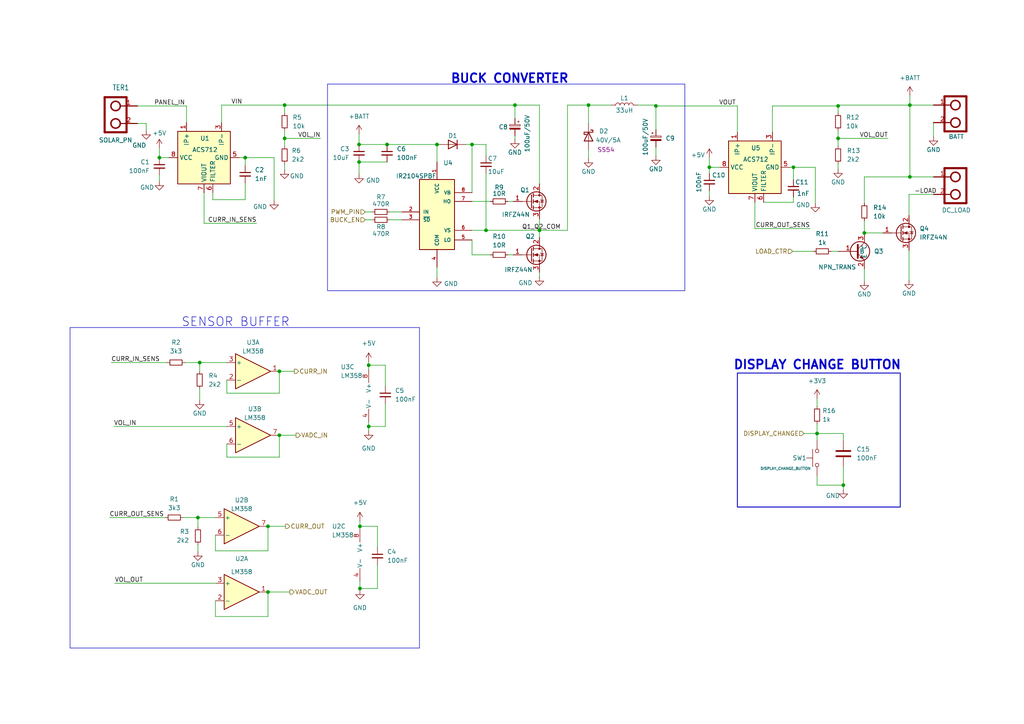
<source format=kicad_sch>
(kicad_sch (version 20230121) (generator eeschema)
  (paper "A4")
  (lib_symbols
    (symbol "Amplifier_Operational:LM358" (pin_names (offset 0.127))
      (property "Reference" "U" (at 0 5.08 0))
      (property "Value" "LM358" (at 0 -5.08 0))
      (symbol "LM358_1_1"
        (polyline (pts (xy -5.08 5.08) (xy 5.08 0) (xy -5.08 -5.08) (xy -5.08 5.08)) (stroke (width 0.254)) (fill (type background)))
        (pin output line (at 7.62 0 180) (length 2.54) (name "~") (number "1"))
        (pin input line (at -7.62 -2.54 0) (length 2.54) (name "-") (number "2"))
        (pin input line (at -7.62 2.54 0) (length 2.54) (name "+") (number "3"))
      )
      (symbol "LM358_2_1"
        (polyline (pts (xy -5.08 5.08) (xy 5.08 0) (xy -5.08 -5.08) (xy -5.08 5.08)) (stroke (width 0.254)) (fill (type background)))
        (pin input line (at -7.62 2.54 0) (length 2.54) (name "+") (number "5"))
        (pin input line (at -7.62 -2.54 0) (length 2.54) (name "-") (number "6"))
        (pin output line (at 7.62 0 180) (length 2.54) (name "~") (number "7"))
      )
      (symbol "LM358_3_1"
        (pin power_in line (at -2.54 -7.62 90) (length 3.81) (name "V-") (number "4"))
        (pin power_in line (at -2.54 7.62 270) (length 3.81) (name "V+") (number "8"))
      )
    )
    (symbol "Device:C" (pin_numbers hide) (pin_names (offset 0.254))
      (property "Reference" "C" (at 0.635 2.54 0))
      (property "Value" "C" (at 0.635 -2.54 0))
      (symbol "C_0_1"
        (polyline (pts (xy -2.032 -0.762) (xy 2.032 -0.762)) (stroke (width 0.508)))
        (polyline (pts (xy -2.032 0.762) (xy 2.032 0.762)) (stroke (width 0.508)))
      )
      (symbol "C_1_1"
        (pin passive line (at 0 3.81 270) (length 2.794) (name "~") (number "1"))
        (pin passive line (at 0 -3.81 90) (length 2.794) (name "~") (number "2"))
      )
    )
    (symbol "Device:C_Polarized_Small" (pin_numbers hide) (pin_names (offset 0.254) hide)
      (property "Reference" "C" (at 0.254 1.778 0))
      (property "Value" "C_Polarized_Small" (at 0.254 -2.032 0))
      (symbol "C_Polarized_Small_0_1"
        (rectangle (start -1.524 -0.3048) (end 1.524 -0.6858) (fill (type outline)))
        (rectangle (start -1.524 0.6858) (end 1.524 0.3048))
        (polyline (pts (xy -1.27 1.524) (xy -0.762 1.524)))
        (polyline (pts (xy -1.016 1.27) (xy -1.016 1.778)))
      )
      (symbol "C_Polarized_Small_1_1"
        (pin passive line (at 0 2.54 270) (length 1.8542) (name "~") (number "1"))
        (pin passive line (at 0 -2.54 90) (length 1.8542) (name "~") (number "2"))
      )
    )
    (symbol "Device:C_Small" (pin_numbers hide) (pin_names (offset 0.254) hide)
      (property "Reference" "C" (at 0.254 1.778 0))
      (property "Value" "C_Small" (at 0.254 -2.032 0))
      (symbol "C_Small_0_1"
        (polyline (pts (xy -1.524 -0.508) (xy 1.524 -0.508)) (stroke (width 0.3302)))
        (polyline (pts (xy -1.524 0.508) (xy 1.524 0.508)) (stroke (width 0.3048)))
      )
      (symbol "C_Small_1_1"
        (pin passive line (at 0 2.54 270) (length 2.032) (name "~") (number "1"))
        (pin passive line (at 0 -2.54 90) (length 2.032) (name "~") (number "2"))
      )
    )
    (symbol "Device:D" (pin_numbers hide) (pin_names (offset 1.016) hide)
      (property "Reference" "D" (at 0 2.54 0))
      (property "Value" "D" (at 0 -2.54 0))
      (symbol "D_0_1"
        (polyline (pts (xy -1.27 1.27) (xy -1.27 -1.27)) (stroke (width 0.254)))
        (polyline (pts (xy 1.27 0) (xy -1.27 0)))
        (polyline (pts (xy 1.27 1.27) (xy 1.27 -1.27) (xy -1.27 0) (xy 1.27 1.27)) (stroke (width 0.254)))
      )
      (symbol "D_1_1"
        (pin passive line (at -3.81 0 0) (length 2.54) (name "K") (number "1"))
        (pin passive line (at 3.81 0 180) (length 2.54) (name "A") (number "2"))
      )
    )
    (symbol "Device:L" (pin_numbers hide) (pin_names (offset 1.016) hide)
      (property "Reference" "L" (at -1.27 0 90))
      (property "Value" "L" (at 1.905 0 90))
      (symbol "L_0_1"
        (arc (start 0 -2.54) (mid 0.6323 -1.905) (end 0 -1.27))
        (arc (start 0 -1.27) (mid 0.6323 -0.635) (end 0 0))
        (arc (start 0 0) (mid 0.6323 0.635) (end 0 1.27))
        (arc (start 0 1.27) (mid 0.6323 1.905) (end 0 2.54))
      )
      (symbol "L_1_1"
        (pin passive line (at 0 3.81 270) (length 1.27) (name "1") (number "1"))
        (pin passive line (at 0 -3.81 90) (length 1.27) (name "2") (number "2"))
      )
    )
    (symbol "Device:R_Small" (pin_numbers hide) (pin_names (offset 0.254) hide)
      (property "Reference" "R" (at 0.762 0.508 0))
      (property "Value" "R_Small" (at 0.762 -1.016 0))
      (symbol "R_Small_0_1"
        (rectangle (start -0.762 1.778) (end 0.762 -1.778) (stroke (width 0.2032)))
      )
      (symbol "R_Small_1_1"
        (pin passive line (at 0 2.54 270) (length 0.762) (name "~") (number "1"))
        (pin passive line (at 0 -2.54 90) (length 0.762) (name "~") (number "2"))
      )
    )
    (symbol "Diode:B350" (pin_numbers hide) (pin_names (offset 1.016) hide)
      (property "Reference" "D" (at 0 2.54 0))
      (property "Value" "B350" (at 0 -2.54 0))
      (symbol "B350_0_1"
        (polyline (pts (xy 1.27 0) (xy -1.27 0)))
        (polyline (pts (xy 1.27 1.27) (xy 1.27 -1.27) (xy -1.27 0) (xy 1.27 1.27)) (stroke (width 0.254)))
        (polyline (pts (xy -1.905 0.635) (xy -1.905 1.27) (xy -1.27 1.27) (xy -1.27 -1.27) (xy -0.635 -1.27) (xy -0.635 -0.635)) (stroke (width 0.254)))
      )
      (symbol "B350_1_1"
        (pin passive line (at -3.81 0 0) (length 2.54) (name "K") (number "1"))
        (pin passive line (at 3.81 0 180) (length 2.54) (name "A") (number "2"))
      )
    )
    (symbol "IR2104SPBF:IR2104SPBF" (pin_names (offset 1.016))
      (property "Reference" "U" (at -5.3676 12.516 0))
      (property "Value" "IR2104SPBF" (at -5.588 -22.606 0))
      (symbol "IR2104SPBF_0_1"
        (rectangle (start -5.08 7.62) (end 5.08 -12.7) (stroke (width 0.254)) (fill (type background)))
      )
      (symbol "IR2104SPBF_1_0"
        (pin power_in line (at 0 12.7 270) (length 5.08) (name "VCC") (number "1"))
        (pin input line (at -10.16 -1.778 0) (length 5.08) (name "IN") (number "2"))
        (pin input line (at -10.16 -4.064 0) (length 5.08) (name "~{SD}") (number "3"))
        (pin power_in line (at 0 -17.78 90) (length 5.08) (name "COM") (number "4"))
        (pin output line (at 10.16 -9.906 180) (length 5.08) (name "LO") (number "5"))
        (pin passive line (at 10.16 -7.112 180) (length 5.08) (name "VS") (number "6"))
        (pin output line (at 10.16 1.27 180) (length 5.08) (name "HO") (number "7"))
        (pin passive line (at 10.16 3.81 180) (length 5.08) (name "VB") (number "8"))
      )
    )
    (symbol "NPN_Trans_2SC1815:2SC1815"
      (property "Reference" "Q" (at 0 6.604 0))
      (symbol "2SC1815_0_1"
        (polyline (pts (xy -0.635 0.635) (xy 1.27 2.54)))
        (polyline (pts (xy -0.635 -0.635) (xy 1.27 -2.54) (xy 1.27 -2.54)))
        (polyline (pts (xy -0.635 1.905) (xy -0.635 -1.905) (xy -0.635 -1.905)) (stroke (width 0.508)))
        (polyline (pts (xy 0 -1.778) (xy 0.508 -1.27) (xy 1.016 -2.286) (xy 0 -1.778) (xy 0 -1.778)) (fill (type outline)))
        (circle (center 0 0) (radius 2.8194) (stroke (width 0.254)))
      )
      (symbol "2SC1815_1_1"
        (pin passive line (at -6.35 0 0) (length 5.715) (name "B") (number "1"))
        (pin passive line (at 1.27 -5.08 90) (length 2.54) (name "E") (number "2"))
        (pin passive line (at 1.27 5.08 270) (length 2.54) (name "C") (number "3"))
      )
    )
    (symbol "Project232-eagle-import:DOMINO-2"
      (property "Reference" "TER" (at -2.54 6.985 0))
      (symbol "DOMINO-2_1_0"
        (polyline (pts (xy -1.905 -5.08) (xy -1.905 5.08)) (stroke (width 0.6096)))
        (polyline (pts (xy -1.905 5.08) (xy 4.445 5.08)) (stroke (width 0.6096)))
        (polyline (pts (xy 4.445 -5.08) (xy -1.905 -5.08)) (stroke (width 0.6096)))
        (polyline (pts (xy 4.445 5.08) (xy 4.445 -5.08)) (stroke (width 0.6096)))
        (polyline (pts (xy 7.62 -2.54) (xy 2.54 -2.54)) (stroke (width 0.3048)))
        (polyline (pts (xy 7.62 2.54) (xy 2.54 2.54)) (stroke (width 0.3048)))
        (circle (center 1.27 -2.54) (radius 1.27) (stroke (width 0.254)))
        (circle (center 1.27 -2.54) (radius 1.4199) (stroke (width 0.3048)))
        (circle (center 1.27 2.54) (radius 1.27) (stroke (width 0.254)))
        (circle (center 1.27 2.54) (radius 1.4199) (stroke (width 0.3048)))
        (pin bidirectional line (at 7.62 2.54 180) (length 5.08) (name "1") (number "1"))
        (pin bidirectional line (at 7.62 -2.54 180) (length 5.08) (name "2") (number "2"))
      )
    )
    (symbol "Sensor_Current:ACS712xLCTR-20A"
      (property "Reference" "U" (at 2.54 11.43 0))
      (property "Value" "ACS712xLCTR-20A" (at 2.54 8.89 0))
      (symbol "ACS712xLCTR-20A_0_1"
        (rectangle (start -7.62 7.62) (end 7.62 -7.62) (stroke (width 0.254)) (fill (type background)))
      )
      (symbol "ACS712xLCTR-20A_1_1"
        (pin passive line (at -10.16 5.08 0) (length 2.54) (name "IP+") (number "1"))
        (pin passive line (at -10.16 5.08 0) (length 2.54) hide (name "IP+") (number "2"))
        (pin passive line (at -10.16 -5.08 0) (length 2.54) (name "IP-") (number "3"))
        (pin passive line (at -10.16 -5.08 0) (length 2.54) hide (name "IP-") (number "4"))
        (pin power_in line (at 0 -10.16 90) (length 2.54) (name "GND") (number "5"))
        (pin passive line (at 10.16 -2.54 180) (length 2.54) (name "FILTER") (number "6"))
        (pin output line (at 10.16 0 180) (length 2.54) (name "VIOUT") (number "7"))
        (pin power_in line (at 0 10.16 270) (length 2.54) (name "VCC") (number "8"))
      )
    )
    (symbol "Switch:SW_Push" (pin_numbers hide) (pin_names (offset 1.016) hide)
      (property "Reference" "SW" (at 1.27 2.54 0))
      (property "Value" "SW_Push" (at 0 -1.524 0))
      (symbol "SW_Push_0_1"
        (circle (center -2.032 0) (radius 0.508))
        (polyline (pts (xy 0 1.27) (xy 0 3.048)))
        (polyline (pts (xy 2.54 1.27) (xy -2.54 1.27)))
        (circle (center 2.032 0) (radius 0.508))
        (pin passive line (at -5.08 0 0) (length 2.54) (name "1") (number "1"))
        (pin passive line (at 5.08 0 180) (length 2.54) (name "2") (number "2"))
      )
    )
    (symbol "Transistor_FET:IRF3205" (pin_names hide)
      (property "Reference" "Q" (at 6.35 1.905 0))
      (property "Value" "IRF3205" (at 6.35 0 0))
      (symbol "IRF3205_0_1"
        (polyline (pts (xy 0.254 0) (xy -2.54 0)))
        (polyline (pts (xy 0.254 1.905) (xy 0.254 -1.905)) (stroke (width 0.254)))
        (polyline (pts (xy 0.762 -1.27) (xy 0.762 -2.286)) (stroke (width 0.254)))
        (polyline (pts (xy 0.762 0.508) (xy 0.762 -0.508)) (stroke (width 0.254)))
        (polyline (pts (xy 0.762 2.286) (xy 0.762 1.27)) (stroke (width 0.254)))
        (polyline (pts (xy 2.54 2.54) (xy 2.54 1.778)))
        (polyline (pts (xy 2.54 -2.54) (xy 2.54 0) (xy 0.762 0)))
        (polyline (pts (xy 0.762 -1.778) (xy 3.302 -1.778) (xy 3.302 1.778) (xy 0.762 1.778)))
        (polyline (pts (xy 1.016 0) (xy 2.032 0.381) (xy 2.032 -0.381) (xy 1.016 0)) (fill (type outline)))
        (polyline (pts (xy 2.794 0.508) (xy 2.921 0.381) (xy 3.683 0.381) (xy 3.81 0.254)))
        (polyline (pts (xy 3.302 0.381) (xy 2.921 -0.254) (xy 3.683 -0.254) (xy 3.302 0.381)))
        (circle (center 1.651 0) (radius 2.794) (stroke (width 0.254)))
        (circle (center 2.54 -1.778) (radius 0.254) (fill (type outline)))
        (circle (center 2.54 1.778) (radius 0.254) (fill (type outline)))
      )
      (symbol "IRF3205_1_1"
        (pin input line (at -5.08 0 0) (length 2.54) (name "G") (number "1"))
        (pin passive line (at 2.54 5.08 270) (length 2.54) (name "D") (number "2"))
        (pin passive line (at 2.54 -5.08 90) (length 2.54) (name "S") (number "3"))
      )
    )
    (symbol "power:+3V3" (power) (pin_names (offset 0))
      (property "Value" "+3V3" (at 0 3.556 0))
      (symbol "+3V3_0_1"
        (polyline (pts (xy -0.762 1.27) (xy 0 2.54)))
        (polyline (pts (xy 0 0) (xy 0 2.54)))
        (polyline (pts (xy 0 2.54) (xy 0.762 1.27)))
      )
      (symbol "+3V3_1_1"
        (pin power_in line (at 0 0 90) (length 0) hide (name "+3V3") (number "1"))
      )
    )
    (symbol "power:+5V" (power) (pin_names (offset 0))
      (property "Value" "+5V" (at 0 3.556 0))
      (symbol "+5V_0_1"
        (polyline (pts (xy -0.762 1.27) (xy 0 2.54)))
        (polyline (pts (xy 0 0) (xy 0 2.54)))
        (polyline (pts (xy 0 2.54) (xy 0.762 1.27)))
      )
      (symbol "+5V_1_1"
        (pin power_in line (at 0 0 90) (length 0) hide (name "+5V") (number "1"))
      )
    )
    (symbol "power:+BATT" (power) (pin_names (offset 0))
      (property "Value" "+BATT" (at 0 3.556 0))
      (symbol "+BATT_0_1"
        (polyline (pts (xy -0.762 1.27) (xy 0 2.54)))
        (polyline (pts (xy 0 0) (xy 0 2.54)))
        (polyline (pts (xy 0 2.54) (xy 0.762 1.27)))
      )
      (symbol "+BATT_1_1"
        (pin power_in line (at 0 0 90) (length 0) hide (name "+BATT") (number "1"))
      )
    )
    (symbol "power:GND" (power) (pin_names (offset 0))
      (property "Value" "GND" (at 0 -3.81 0))
      (symbol "GND_0_1"
        (polyline (pts (xy 0 0) (xy 0 -1.27) (xy 1.27 -1.27) (xy 0 -2.54) (xy -1.27 -1.27) (xy 0 -1.27)))
      )
      (symbol "GND_1_1"
        (pin power_in line (at 0 0 270) (length 0) hide (name "GND") (number "1"))
      )
    )
  )
  (junction (at 82.55 30.48))
  (junction (at 140.97 66.802))
  (junction (at 71.12 45.72))
  (junction (at 263.906 51.308))
  (junction (at 170.688 30.48))
  (junction (at 112.268 41.91))
  (junction (at 81.026 126.238))
  (junction (at 82.55 40.132))
  (junction (at 57.404 150.114))
  (junction (at 104.394 170.688))
  (junction (at 126.746 41.91))
  (junction (at 106.934 123.698))
  (junction (at 156.464 66.802))
  (junction (at 190.246 30.734))
  (junction (at 104.394 152.654))
  (junction (at 104.14 46.99))
  (junction (at 104.14 41.91))
  (junction (at 136.906 41.91))
  (junction (at 77.724 171.704))
  (junction (at 230.124 48.514))
  (junction (at 149.352 30.48))
  (junction (at 236.982 125.73))
  (junction (at 46.228 45.72))
  (junction (at 205.74 48.514))
  (junction (at 243.078 40.132))
  (junction (at 77.724 152.654))
  (junction (at 244.602 140.716))
  (junction (at 243.078 30.734))
  (junction (at 263.906 30.48))
  (junction (at 57.912 105.156))
  (junction (at 250.698 67.564))
  (junction (at 106.934 105.918))
  (junction (at 81.026 107.696))
  (wire (pts (xy 224.028 30.734) (xy 243.078 30.734)))
  (wire (pts (xy 230.124 57.15) (xy 230.124 58.674)))
  (wire (pts (xy 106.934 104.902) (xy 106.934 105.918)))
  (wire (pts (xy 263.652 72.644) (xy 263.652 81.28)))
  (wire (pts (xy 250.698 67.564) (xy 256.032 67.564)))
  (wire (pts (xy 250.698 64.008) (xy 250.698 67.564)))
  (wire (pts (xy 263.652 56.388) (xy 270.764 56.388)))
  (wire (pts (xy 135.128 41.91) (xy 136.906 41.91)))
  (wire (pts (xy 236.982 122.936) (xy 236.982 125.73)))
  (wire (pts (xy 57.404 157.988) (xy 57.404 160.02)))
  (wire (pts (xy 42.418 35.814) (xy 42.418 37.846)))
  (wire (pts (xy 57.912 112.776) (xy 57.912 116.078)))
  (wire (pts (xy 33.274 169.164) (xy 62.484 169.164)))
  (wire (pts (xy 111.76 112.014) (xy 111.76 105.918)))
  (wire (pts (xy 77.724 152.654) (xy 82.804 152.654)))
  (wire (pts (xy 46.228 50.8) (xy 46.228 52.578)))
  (wire (pts (xy 243.078 40.132) (xy 257.556 40.132)))
  (wire (pts (xy 77.724 159.766) (xy 77.724 152.654)))
  (wire (pts (xy 241.046 72.898) (xy 243.078 72.898)))
  (wire (pts (xy 104.14 46.99) (xy 104.14 50.546)))
  (wire (pts (xy 109.474 163.83) (xy 109.474 170.688)))
  (wire (pts (xy 79.502 45.72) (xy 71.12 45.72)))
  (wire (pts (xy 208.788 48.514) (xy 205.74 48.514)))
  (wire (pts (xy 236.982 125.73) (xy 244.602 125.73)))
  (wire (pts (xy 126.746 41.91) (xy 126.746 46.99)))
  (wire (pts (xy 136.906 58.42) (xy 142.24 58.42)))
  (wire (pts (xy 82.55 37.846) (xy 82.55 40.132)))
  (wire (pts (xy 64.262 30.48) (xy 64.262 35.56)))
  (wire (pts (xy 49.022 45.72) (xy 46.228 45.72)))
  (wire (pts (xy 170.688 30.48) (xy 177.292 30.48)))
  (wire (pts (xy 244.602 135.382) (xy 244.602 140.716)))
  (wire (pts (xy 149.352 30.48) (xy 156.464 30.48)))
  (wire (pts (xy 184.912 30.48) (xy 190.246 30.48)))
  (wire (pts (xy 64.262 30.48) (xy 82.55 30.48)))
  (wire (pts (xy 190.246 30.734) (xy 190.246 37.592)))
  (wire (pts (xy 65.786 114.046) (xy 81.026 114.046)))
  (wire (pts (xy 190.246 42.672) (xy 190.246 45.212)))
  (wire (pts (xy 136.906 73.914) (xy 136.906 69.596)))
  (wire (pts (xy 250.698 67.564) (xy 250.698 67.818)))
  (wire (pts (xy 62.484 174.244) (xy 62.484 178.816)))
  (wire (pts (xy 218.948 58.674) (xy 218.948 66.294)))
  (wire (pts (xy 164.592 30.48) (xy 170.688 30.48)))
  (wire (pts (xy 113.03 61.468) (xy 116.586 61.468)))
  (wire (pts (xy 270.764 51.308) (xy 263.906 51.308)))
  (wire (pts (xy 263.906 30.48) (xy 270.764 30.48)))
  (wire (pts (xy 236.982 127.762) (xy 236.982 125.73)))
  (wire (pts (xy 234.95 66.294) (xy 218.948 66.294)))
  (wire (pts (xy 190.246 30.734) (xy 213.868 30.734)))
  (wire (pts (xy 156.464 63.5) (xy 156.464 66.802)))
  (wire (pts (xy 74.422 64.77) (xy 59.182 64.77)))
  (wire (pts (xy 126.746 41.91) (xy 127.508 41.91)))
  (wire (pts (xy 230.124 48.514) (xy 229.108 48.514)))
  (wire (pts (xy 71.12 53.086) (xy 71.12 57.912)))
  (wire (pts (xy 243.078 30.48) (xy 263.906 30.48)))
  (wire (pts (xy 31.75 150.114) (xy 48.006 150.114)))
  (wire (pts (xy 71.12 45.72) (xy 69.342 45.72)))
  (wire (pts (xy 250.698 77.978) (xy 250.698 81.534)))
  (wire (pts (xy 104.14 46.99) (xy 112.268 46.99)))
  (wire (pts (xy 230.124 52.07) (xy 230.124 48.514)))
  (wire (pts (xy 104.394 168.656) (xy 104.394 170.688)))
  (wire (pts (xy 213.868 38.354) (xy 213.868 30.734)))
  (wire (pts (xy 57.404 150.114) (xy 62.484 150.114)))
  (wire (pts (xy 109.474 158.75) (xy 109.474 152.654)))
  (wire (pts (xy 243.078 40.132) (xy 243.078 42.418)))
  (wire (pts (xy 65.786 128.778) (xy 65.786 132.588)))
  (wire (pts (xy 205.74 45.72) (xy 205.74 48.514)))
  (wire (pts (xy 105.918 61.468) (xy 107.95 61.468)))
  (wire (pts (xy 82.55 40.132) (xy 92.964 40.132)))
  (wire (pts (xy 236.982 137.922) (xy 236.982 140.716)))
  (wire (pts (xy 39.878 30.734) (xy 54.102 30.734)))
  (wire (pts (xy 57.404 150.114) (xy 53.086 150.114)))
  (wire (pts (xy 109.474 152.654) (xy 104.394 152.654)))
  (wire (pts (xy 263.652 62.484) (xy 263.652 56.388)))
  (wire (pts (xy 77.724 178.816) (xy 77.724 171.704)))
  (wire (pts (xy 57.404 150.114) (xy 57.404 152.908)))
  (wire (pts (xy 71.12 57.912) (xy 61.722 57.912)))
  (wire (pts (xy 111.76 123.698) (xy 106.934 123.698)))
  (wire (pts (xy 149.352 39.37) (xy 149.352 40.386)))
  (wire (pts (xy 136.906 41.91) (xy 140.97 41.91)))
  (wire (pts (xy 79.502 58.166) (xy 79.502 45.72)))
  (wire (pts (xy 263.906 30.48) (xy 263.906 51.308)))
  (wire (pts (xy 71.12 48.006) (xy 71.12 45.72)))
  (wire (pts (xy 104.394 170.688) (xy 104.394 171.196)))
  (wire (pts (xy 82.55 47.498) (xy 82.55 49.276)))
  (wire (pts (xy 233.172 125.73) (xy 236.982 125.73)))
  (wire (pts (xy 113.03 63.754) (xy 116.586 63.754)))
  (wire (pts (xy 205.74 48.514) (xy 205.74 50.292)))
  (wire (pts (xy 53.594 105.156) (xy 57.912 105.156)))
  (wire (pts (xy 236.982 140.716) (xy 244.602 140.716)))
  (wire (pts (xy 236.982 115.57) (xy 236.982 117.856)))
  (wire (pts (xy 149.352 30.48) (xy 149.352 34.29)))
  (wire (pts (xy 230.124 58.674) (xy 221.488 58.674)))
  (wire (pts (xy 81.026 126.238) (xy 85.852 126.238)))
  (wire (pts (xy 156.464 66.802) (xy 156.464 68.834)))
  (wire (pts (xy 236.474 48.514) (xy 230.124 48.514)))
  (wire (pts (xy 61.722 55.88) (xy 61.722 57.912)))
  (wire (pts (xy 170.688 30.48) (xy 170.688 35.814)))
  (wire (pts (xy 54.102 30.734) (xy 54.102 35.56)))
  (wire (pts (xy 65.786 123.698) (xy 33.02 123.698)))
  (wire (pts (xy 243.078 37.846) (xy 243.078 40.132)))
  (wire (pts (xy 136.906 41.91) (xy 136.906 55.88)))
  (wire (pts (xy 229.87 72.898) (xy 235.966 72.898)))
  (wire (pts (xy 39.878 35.814) (xy 42.418 35.814)))
  (wire (pts (xy 104.14 41.91) (xy 112.268 41.91)))
  (wire (pts (xy 243.078 47.498) (xy 243.078 49.022)))
  (wire (pts (xy 243.078 30.734) (xy 243.078 30.48)))
  (wire (pts (xy 57.912 105.156) (xy 57.912 107.696)))
  (wire (pts (xy 46.228 42.926) (xy 46.228 45.72)))
  (wire (pts (xy 112.268 41.91) (xy 126.746 41.91)))
  (wire (pts (xy 263.906 27.686) (xy 263.906 30.48)))
  (wire (pts (xy 111.76 105.918) (xy 106.934 105.918)))
  (wire (pts (xy 106.934 105.918) (xy 106.934 107.188)))
  (wire (pts (xy 77.724 171.704) (xy 84.074 171.704)))
  (wire (pts (xy 81.026 114.046) (xy 81.026 107.696)))
  (wire (pts (xy 104.394 152.654) (xy 104.394 153.416)))
  (wire (pts (xy 250.698 58.928) (xy 250.698 51.308)))
  (wire (pts (xy 62.484 155.194) (xy 62.484 159.766)))
  (wire (pts (xy 104.14 38.862) (xy 104.14 41.91)))
  (wire (pts (xy 243.078 30.734) (xy 243.078 32.766)))
  (wire (pts (xy 81.026 132.588) (xy 81.026 126.238)))
  (wire (pts (xy 244.602 125.73) (xy 244.602 127.762)))
  (wire (pts (xy 147.32 73.914) (xy 148.844 73.914)))
  (wire (pts (xy 62.484 159.766) (xy 77.724 159.766)))
  (wire (pts (xy 109.474 170.688) (xy 104.394 170.688)))
  (wire (pts (xy 147.32 58.42) (xy 148.844 58.42)))
  (wire (pts (xy 32.258 105.156) (xy 48.514 105.156)))
  (wire (pts (xy 140.97 45.212) (xy 140.97 41.91)))
  (wire (pts (xy 59.182 64.77) (xy 59.182 55.88)))
  (wire (pts (xy 106.934 122.428) (xy 106.934 123.698)))
  (wire (pts (xy 244.602 140.716) (xy 244.602 141.986)))
  (wire (pts (xy 82.55 40.132) (xy 82.55 42.418)))
  (wire (pts (xy 170.688 43.434) (xy 170.688 45.974)))
  (wire (pts (xy 190.246 30.734) (xy 190.246 30.48)))
  (wire (pts (xy 156.464 53.34) (xy 156.464 30.48)))
  (wire (pts (xy 62.484 178.816) (xy 77.724 178.816)))
  (wire (pts (xy 236.474 48.514) (xy 236.474 58.928)))
  (wire (pts (xy 140.97 50.292) (xy 140.97 66.802)))
  (wire (pts (xy 65.786 132.588) (xy 81.026 132.588)))
  (wire (pts (xy 105.918 63.754) (xy 107.95 63.754)))
  (wire (pts (xy 111.76 117.094) (xy 111.76 123.698)))
  (wire (pts (xy 81.026 107.696) (xy 85.344 107.696)))
  (wire (pts (xy 164.592 66.802) (xy 164.592 30.48)))
  (wire (pts (xy 142.24 73.914) (xy 136.906 73.914)))
  (wire (pts (xy 65.786 110.236) (xy 65.786 114.046)))
  (wire (pts (xy 205.74 55.372) (xy 205.74 56.896)))
  (wire (pts (xy 104.394 151.13) (xy 104.394 152.654)))
  (wire (pts (xy 270.764 35.56) (xy 270.764 39.624)))
  (wire (pts (xy 156.464 66.802) (xy 164.592 66.802)))
  (wire (pts (xy 140.97 66.802) (xy 136.906 66.802)))
  (wire (pts (xy 82.55 30.48) (xy 82.55 32.766)))
  (wire (pts (xy 250.698 51.308) (xy 263.906 51.308)))
  (wire (pts (xy 224.028 38.354) (xy 224.028 30.734)))
  (wire (pts (xy 126.746 77.47) (xy 126.746 80.518)))
  (wire (pts (xy 57.912 105.156) (xy 65.786 105.156)))
  (wire (pts (xy 140.97 66.802) (xy 156.464 66.802)))
  (wire (pts (xy 82.55 30.48) (xy 149.352 30.48)))
  (wire (pts (xy 156.464 78.994) (xy 156.464 80.264)))
  (wire (pts (xy 106.934 123.698) (xy 106.934 124.968)))
  (rectangle (start 94.996 24.384) (end 198.628 84.328))
  (rectangle (start 213.868 108.204) (end 261.112 147.066) (stroke (width 0.254)))
  (rectangle (start 20.32 94.996) (end 121.666 187.96))
  (text "BUCK CONVERTER" (at 130.556 24.384 0) (effects (font (size 2.54 2.54) (thickness 0.508) bold) (justify left bottom)))
  (text "SENSOR BUFFER" (at 52.578 94.996 0) (effects (font (size 2.54 2.54)) (justify left bottom)))
  (text "DISPLAY CHANGE BUTTON" (at 212.598 107.442 0) (effects (font (size 2.54 2.54) bold) (justify left bottom)))
  (label "VOUT" (at 208.534 30.734 0))
  (label "VIN" (at 67.056 30.48 0))
  (label "CURR_OUT_SENS" (at 234.95 66.294 180))
  (label "-LOAD" (at 265.176 56.388 0))
  (label "Q1_Q2_COM" (at 151.384 66.802 0))
  (label "VOL_OUT" (at 33.274 169.164 0))
  (label "CURR_IN_SENS" (at 32.258 105.156 0))
  (label "VOL_IN" (at 92.964 40.132 180))
  (label "CURR_OUT_SENS" (at 31.75 150.114 0))
  (label "PANEL_IN" (at 44.704 30.734 0))
  (label "VOL_OUT" (at 257.556 40.132 180))
  (label "CURR_IN_SENS" (at 74.422 64.77 180))
  (label "VOL_IN" (at 33.02 123.698 0))
  (hierarchical_label "PWM_PIN" (shape input) (at 105.918 61.468 180))
  (hierarchical_label "DISPLAY_CHANGE" (shape input) (at 233.172 125.73 180))
  (hierarchical_label "CURR_OUT" (shape output) (at 82.804 152.654 0))
  (hierarchical_label "VADC_OUT" (shape output) (at 84.074 171.704 0))
  (hierarchical_label "CURR_IN" (shape output) (at 85.344 107.696 0))
  (hierarchical_label "BUCK_EN" (shape input) (at 105.918 63.754 180))
  (hierarchical_label "LOAD_CTR" (shape input) (at 229.87 72.898 180))
  (hierarchical_label "VADC_IN" (shape output) (at 85.852 126.238 0))
  (symbol (lib_id "Device:C_Small") (at 109.474 161.29 0) (unit 1)
    (property "Reference" "C4" (at 112.268 160.0263 0) (effects (justify left)))
    (property "Value" "100nF" (at 112.268 162.5663 0) (effects (justify left)))
    (property "Footprint" "Capacitor_SMD:C_0805_2012Metric" (effects hide))
    (instances (project "Project232_V2" (path "" (reference "C4") (unit 1))) (project "Project232" (path "" (reference "C25") (unit 1))) (project "Sens" (path "" (reference "C25") (unit 1))))
  )
  (symbol (lib_id "Device:C_Small") (at 46.228 48.26 0) (mirror y) (unit 1)
    (property "Reference" "C1" (at 43.434 46.9963 0) (effects (justify left)))
    (property "Value" "100nF" (at 43.434 49.5363 0) (effects (justify left)))
    (property "Footprint" "Capacitor_SMD:C_0805_2012Metric" (effects hide))
    (instances (project "Project232_V2" (path "" (reference "C1") (unit 1))) (project "Project232" (path "" (reference "C22") (unit 1))) (project "Sens" (path "" (reference "C22") (unit 1))))
  )
  (symbol (lib_id "Device:C_Small") (at 112.268 44.45 0) (unit 1)
    (property "Reference" "C6" (at 115.062 43.1863 0) (effects (justify left)))
    (property "Value" "100nF" (at 115.062 45.7263 0) (effects (justify left)))
    (property "Footprint" "Capacitor_SMD:C_0805_2012Metric" (effects hide))
    (instances (project "Project232_V2" (path "" (reference "C6") (unit 1))) (project "Project232" (path "" (reference "C18") (unit 1))) (project "Sens" (path "" (reference "C18") (unit 1))))
  )
  (symbol (lib_id "Device:C") (at 244.602 131.572 0) (unit 1)
    (property "Reference" "C15" (at 248.412 130.302 0) (effects (justify left)))
    (property "Value" "100nF" (at 248.412 132.842 0) (effects (justify left)))
    (property "Footprint" "Capacitor_SMD:C_0805_2012Metric" (effects hide))
    (instances (project "Project232_V2" (path "" (reference "C15") (unit 1))) (project "MCU" (path "" (reference "C1") (unit 1))) (project "Project232" (path "" (reference "C1") (unit 1)) (path "" (reference "C30") (unit 1))) (project "_autosave-MCU" (path "" (reference "C1") (unit 1))))
  )
  (symbol (lib_id "power:GND") (at 205.74 56.896 0) (mirror y) (unit 1)
    (property "Reference" "#PWR020" (effects hide))
    (property "Value" "GND" (at 205.74 60.706 0))
    (instances (project "Project232_V2" (path "" (reference "#PWR020") (unit 1))) (project "Project232" (path "" (reference "#PWR025") (unit 1))) (project "Sens" (path "" (reference "#PWR025") (unit 1))))
  )
  (symbol (lib_id "Device:C_Small") (at 140.97 47.752 0) (unit 1)
    (property "Reference" "C7" (at 141.478 45.974 0) (effects (justify left)))
    (property "Value" "10uF" (at 141.478 49.784 0) (effects (justify left)))
    (property "Footprint" "Capacitor_SMD:C_0805_2012Metric" (effects hide))
    (instances (project "Project232_V2" (path "" (reference "C7") (unit 1))) (project "Project232" (path "" (reference "C20") (unit 1))) (project "Sens" (path "" (reference "C20") (unit 1))))
  )
  (symbol (lib_id "power:GND") (at 42.418 37.846 0) (unit 1)
    (property "Reference" "#PWR01" (effects hide))
    (property "Value" "GND" (at 40.386 42.164 0))
    (instances (project "Project232_V2" (path "" (reference "#PWR01") (unit 1))) (project "Project232" (path "" (reference "#PWR023") (unit 1))) (project "Sens" (path "" (reference "#PWR023") (unit 1))))
  )
  (symbol (lib_id "power:GND") (at 156.464 80.264 0) (mirror y) (unit 1)
    (property "Reference" "#PWR016" (effects hide))
    (property "Value" "GND" (at 152.4 82.042 0))
    (instances (project "Project232_V2" (path "" (reference "#PWR016") (unit 1))) (project "Project232" (path "" (reference "#PWR054") (unit 1))) (project "Sens" (path "" (reference "#PWR054") (unit 1))))
  )
  (symbol (lib_id "power:GND") (at 243.078 49.022 0) (unit 1)
    (property "Reference" "#PWR022" (effects hide))
    (property "Value" "GND" (at 243.078 52.832 0))
    (instances (project "Project232_V2" (path "" (reference "#PWR022") (unit 1))) (project "Project232" (path "" (reference "#PWR026") (unit 1))) (project "Sens" (path "" (reference "#PWR026") (unit 1))))
  )
  (symbol (lib_id "Device:R_Small") (at 243.078 35.306 0) (unit 1)
    (property "Reference" "R12" (at 245.364 34.036 0) (effects (justify left)))
    (property "Value" "10k" (at 245.364 36.576 0) (effects (justify left)))
    (property "Footprint" "Resistor_SMD:R_0603_1608Metric" (effects hide))
    (instances (project "Project232_V2" (path "" (reference "R12") (unit 1))) (project "Project232" (path "" (reference "R6") (unit 1))) (project "Sens" (path "" (reference "R6") (unit 1))))
  )
  (symbol (lib_id "Device:R_Small") (at 110.49 63.754 270) (mirror x) (unit 1)
    (property "Reference" "R8" (at 110.49 65.786 90))
    (property "Value" "470R" (at 110.49 67.818 90))
    (property "Footprint" "Resistor_SMD:R_0603_1608Metric" (effects hide))
    (instances (project "Project232_V2" (path "" (reference "R8") (unit 1))) (project "Project232" (path "" (reference "R21") (unit 1))) (project "Sens" (path "" (reference "R21") (unit 1))))
  )
  (symbol (lib_id "Device:R_Small") (at 250.698 61.468 0) (unit 1)
    (property "Reference" "R14" (at 253.238 60.198 0) (effects (justify left)))
    (property "Value" "10k" (at 253.238 62.738 0) (effects (justify left)))
    (property "Footprint" "Resistor_SMD:R_0603_1608Metric" (effects hide))
    (instances (project "Project232_V2" (path "" (reference "R14") (unit 1))) (project "Project232" (path "" (reference "R10") (unit 1))) (project "Sens" (path "" (reference "R10") (unit 1))))
  )
  (symbol (lib_id "Device:R_Small") (at 110.49 61.468 270) (unit 1)
    (property "Reference" "R7" (at 110.49 57.15 90))
    (property "Value" "470R" (at 110.49 59.182 90))
    (property "Footprint" "Resistor_SMD:R_0603_1608Metric" (effects hide))
    (instances (project "Project232_V2" (path "" (reference "R7") (unit 1))) (project "Project232" (path "" (reference "R18") (unit 1))) (project "Sens" (path "" (reference "R18") (unit 1))))
  )
  (symbol (lib_id "Amplifier_Operational:LM358") (at 70.104 152.654 0) (unit 2)
    (property "Reference" "U2" (at 70.104 145.034 0))
    (property "Value" "LM358" (at 70.104 147.574 0))
    (property "Footprint" "Package_SO:SOIC-8_3.9x4.9mm_P1.27mm" (effects hide))
    (property "Datasheet" "http://www.ti.com/lit/ds/symlink/lm2904-n.pdf" (effects hide))
    (instances (project "Project232_V2" (path "" (reference "U2") (unit 2))) (project "Project232" (path "" (reference "U5") (unit 2))) (project "Sens" (path "" (reference "U5") (unit 2))))
  )
  (symbol (lib_id "power:GND") (at 270.764 39.624 0) (unit 1)
    (property "Reference" "#PWR026" (effects hide))
    (property "Value" "GND" (at 270.764 43.434 0))
    (instances (project "Project232_V2" (path "" (reference "#PWR026") (unit 1))) (project "Project232" (path "" (reference "#PWR034") (unit 1))) (project "Sens" (path "" (reference "#PWR034") (unit 1))))
  )
  (symbol (lib_id "power:GND") (at 170.688 45.974 0) (unit 1)
    (property "Reference" "#PWR017" (effects hide))
    (property "Value" "GND" (at 170.688 49.784 0))
    (instances (project "Project232_V2" (path "" (reference "#PWR017") (unit 1))) (project "Project232" (path "" (reference "#PWR056") (unit 1))) (project "Sens" (path "" (reference "#PWR056") (unit 1))))
  )
  (symbol (lib_id "Device:C_Polarized_Small") (at 190.246 40.132 0) (unit 1)
    (property "Reference" "C9" (at 193.04 40.132 0) (effects (justify left)))
    (property "Value" "100uF/50V" (at 187.198 45.212 90) (effects (justify left)))
    (property "Footprint" "Capacitor_SMD:CP_Elec_8x10.5" (effects hide))
    (instances (project "Project232_V2" (path "" (reference "C9") (unit 1))) (project "Project232" (path "" (reference "C23") (unit 1))) (project "Sens" (path "" (reference "C23") (unit 1))))
  )
  (symbol (lib_id "Device:R_Small") (at 236.982 120.396 0) (unit 1)
    (property "Reference" "R16" (at 238.506 119.126 0) (effects (justify left)))
    (property "Value" "1k" (at 238.506 121.666 0) (effects (justify left)))
    (property "Footprint" "Resistor_SMD:R_0603_1608Metric" (effects hide))
    (instances (project "Project232_V2" (path "" (reference "R16") (unit 1))) (project "_autosave-connector" (path "" (reference "R2") (unit 1))) (project "MCU" (path "" (reference "R2") (unit 1))) (project "Project232" (path "" (reference "R1") (unit 1)) (path "" (reference "R19") (unit 1))) (project "_autosave-MCU" (path "" (reference "R2") (unit 1))))
  )
  (symbol (lib_id "Device:R_Small") (at 50.546 150.114 90) (unit 1)
    (property "Reference" "R1" (at 50.546 144.78 90))
    (property "Value" "3k3" (at 50.546 147.32 90))
    (property "Footprint" "Resistor_SMD:R_0603_1608Metric" (effects hide))
    (instances (project "Project232_V2" (path "" (reference "R1") (unit 1))) (project "Project232" (path "" (reference "R14") (unit 1))) (project "Sens" (path "" (reference "R14") (unit 1))))
  )
  (symbol (lib_id "Device:C_Small") (at 111.76 114.554 0) (unit 1)
    (property "Reference" "C5" (at 114.554 113.2903 0) (effects (justify left)))
    (property "Value" "100nF" (at 114.554 115.8303 0) (effects (justify left)))
    (property "Footprint" "Capacitor_SMD:C_0805_2012Metric" (effects hide))
    (instances (project "Project232_V2" (path "" (reference "C5") (unit 1))) (project "Project232" (path "" (reference "C26") (unit 1))) (project "Sens" (path "" (reference "C26") (unit 1))))
  )
  (symbol (lib_id "power:GND") (at 190.246 45.212 0) (unit 1)
    (property "Reference" "#PWR018" (effects hide))
    (property "Value" "GND" (at 190.246 49.022 0))
    (instances (project "Project232_V2" (path "" (reference "#PWR018") (unit 1))) (project "Project232" (path "" (reference "#PWR033") (unit 1))) (project "Sens" (path "" (reference "#PWR033") (unit 1))))
  )
  (symbol (lib_id "Device:R_Small") (at 57.912 110.236 180) (unit 1)
    (property "Reference" "R4" (at 60.452 108.966 0) (effects (justify right)))
    (property "Value" "2k2" (at 60.452 111.506 0) (effects (justify right)))
    (property "Footprint" "Resistor_SMD:R_0603_1608Metric" (effects hide))
    (instances (project "Project232_V2" (path "" (reference "R4") (unit 1))) (project "Project232" (path "" (reference "R13") (unit 1))) (project "Sens" (path "" (reference "R13") (unit 1))))
  )
  (symbol (lib_id "Project232-eagle-import:DOMINO-2") (at 32.258 33.274 0) (unit 1)
    (property "Reference" "TER1" (at 35.0393 25.4 0) (effects (font (size 1.524 1.2954))))
    (property "Value" "SOLAR_PN" (at 33.528 40.64 0))
    (property "Footprint" "TerminalBlock:TerminalBlock_bornier-2_P5.08mm" (effects hide))
  )
  (symbol (lib_id "Transistor_FET:IRF3205") (at 261.112 67.564 0) (unit 1)
    (property "Reference" "Q4" (at 266.7 66.294 0) (effects (justify left)))
    (property "Value" "IRFZ44N" (at 266.7 68.834 0) (effects (justify left)))
    (property "Footprint" "Package_TO_SOT_THT:TO-220-3_Vertical" (effects hide))
    (property "Datasheet" "http://www.irf.com/product-info/datasheets/data/irf3205.pdf" (effects hide))
    (instances (project "Project232_V2" (path "" (reference "Q4") (unit 1))) (project "Project232" (path "" (reference "Q3") (unit 1))) (project "Sens" (path "" (reference "Q3") (unit 1))))
  )
  (symbol (lib_id "power:+5V") (at 106.934 104.902 0) (unit 1)
    (property "Reference" "#PWR012" (effects hide))
    (property "Value" "+5V" (at 106.934 99.568 0))
    (instances (project "Project232_V2" (path "" (reference "#PWR012") (unit 1))) (project "Project232" (path "" (reference "#PWR037") (unit 1))) (project "Sens" (path "" (reference "#PWR037") (unit 1))))
  )
  (symbol (lib_id "Device:C_Polarized_Small") (at 149.352 36.83 0) (mirror y) (unit 1)
    (property "Reference" "C8" (at 147.32 36.83 0) (effects (justify left)))
    (property "Value" "100uF/50V" (at 152.908 44.196 90) (effects (justify left)))
    (property "Footprint" "Capacitor_SMD:CP_Elec_8x10.5" (effects hide))
    (instances (project "Project232_V2" (path "" (reference "C8") (unit 1))) (project "Project232" (path "" (reference "C16") (unit 1))) (project "Sens" (path "" (reference "C16") (unit 1))))
  )
  (symbol (lib_id "power:GND") (at 263.652 81.28 0) (unit 1)
    (property "Reference" "#PWR024" (effects hide))
    (property "Value" "GND" (at 263.652 85.09 0))
    (instances (project "Project232_V2" (path "" (reference "#PWR024") (unit 1))) (project "Project232" (path "" (reference "#PWR028") (unit 1))) (project "Sens" (path "" (reference "#PWR028") (unit 1))))
  )
  (symbol (lib_id "Amplifier_Operational:LM358") (at 109.474 114.808 0) (unit 3)
    (property "Reference" "U3" (at 98.806 106.426 0) (effects (justify left)))
    (property "Value" "LM358" (at 98.806 108.966 0) (effects (justify left)))
    (property "Footprint" "Package_SO:SOIC-8_3.9x4.9mm_P1.27mm" (effects hide))
    (property "Datasheet" "http://www.ti.com/lit/ds/symlink/lm2904-n.pdf" (effects hide))
    (instances (project "Project232_V2" (path "" (reference "U3") (unit 3))) (project "Project232" (path "" (reference "U7") (unit 3))) (project "Sens" (path "" (reference "U7") (unit 3))))
  )
  (symbol (lib_id "Device:C_Small") (at 71.12 50.546 0) (unit 1)
    (property "Reference" "C2" (at 73.914 49.2823 0) (effects (justify left)))
    (property "Value" "1nF" (at 73.914 51.8223 0) (effects (justify left)))
    (property "Footprint" "Capacitor_SMD:C_0805_2012Metric" (effects hide))
    (instances (project "Project232_V2" (path "" (reference "C2") (unit 1))) (project "Project232" (path "" (reference "C19") (unit 1))) (project "Sens" (path "" (reference "C19") (unit 1))))
  )
  (symbol (lib_id "Sensor_Current:ACS712xLCTR-20A") (at 59.182 45.72 90) (mirror x) (unit 1)
    (property "Reference" "U1" (at 59.436 40.132 90))
    (property "Value" "ACS712" (at 59.436 43.434 90))
    (property "Footprint" "Package_SO:SOIC-8_3.9x4.9mm_P1.27mm" (effects hide))
    (property "Datasheet" "http://www.allegromicro.com/~/media/Files/Datasheets/ACS712-Datasheet.ashx?la=en" (effects hide))
    (instances (project "Project232_V2" (path "" (reference "U1") (unit 1))) (project "Project232" (path "" (reference "U4") (unit 1))) (project "Sens" (path "" (reference "U4") (unit 1))))
  )
  (symbol (lib_id "IR2104SPBF:IR2104SPBF") (at 126.746 59.69 0) (unit 1)
    (property "Reference" "U4" (at 128.5749 47.244 0) (effects (justify left)))
    (property "Value" "IR2104SPBF" (at 114.808 51.054 0) (effects (justify left)))
    (property "Footprint" "IR2104SPBF:SOIC127P600X175-8N" (effects hide))
    (property "MF" "Infineon" (effects hide))
    (property "Description" "\nHalf-Bridge Gate Driver IC Non-Inverting 8-SOIC\n" (effects hide))
    (property "PACKAGE" "SOIC-8" (effects hide))
    (property "MPN" "IR2104SPBF" (effects hide))
    (property "Price" "None" (effects hide))
    (property "Package" "SOIC-8 Infineon" (effects hide))
    (property "OC_FARNELL" "1795566" (effects hide))
    (property "SnapEDA_Link" "https://www.snapeda.com/parts/IR2104SPBF/Infineon+Technologies/view-part/?ref=snap" (effects hide))
    (property "MP" "IR2104SPBF" (effects hide))
    (property "Purchase-URL" "https://www.snapeda.com/api/url_track_click_mouser/?unipart_id=61964&manufacturer=Infineon&part_name=IR2104SPBF&search_term=None" (effects hide))
    (property "SUPPLIER" "INTERNATIONAL RECTIFIER" (effects hide))
    (property "OC_NEWARK" "40M8006" (effects hide))
    (property "Availability" "In Stock" (effects hide))
    (property "Check_prices" "https://www.snapeda.com/parts/IR2104SPBF/Infineon+Technologies/view-part/?ref=eda" (effects hide))
    (instances (project "Project232_V2" (path "" (reference "U4") (unit 1))) (project "Project232" (path "" (reference "U6") (unit 1))) (project "Sens" (path "" (reference "U6") (unit 1))))
  )
  (symbol (lib_id "power:GND") (at 250.698 81.534 0) (unit 1)
    (property "Reference" "#PWR023" (effects hide))
    (property "Value" "GND" (at 250.698 85.344 0))
    (instances (project "Project232_V2" (path "" (reference "#PWR023") (unit 1))) (project "Project232" (path "" (reference "#PWR029") (unit 1))) (project "Sens" (path "" (reference "#PWR029") (unit 1))))
  )
  (symbol (lib_id "Device:L") (at 181.102 30.48 90) (unit 1)
    (property "Reference" "L1" (at 181.102 28.448 90))
    (property "Value" "33uH" (at 181.102 32.004 90))
    (property "Footprint" "Induc_THT:Inductor_33uH_5A_THT" (effects hide))
  )
  (symbol (lib_id "Switch:SW_Push") (at 236.982 132.842 90) (mirror x) (unit 1)
    (property "Reference" "SW1" (at 231.902 132.842 90))
    (property "Value" "DISPLAY_CHANGE_BUTTON" (at 227.838 135.89 90) (effects (font (size 0.762 0.762))))
    (property "Footprint" "Button_SMD:Button_3x6_SMD" (effects hide))
    (instances (project "Project232_V2" (path "" (reference "SW1") (unit 1))) (project "MCU" (path "" (reference "SW2") (unit 1))) (project "Project232" (path "" (reference "SW2") (unit 1))))
  )
  (symbol (lib_id "Device:R_Small") (at 144.78 73.914 90) (unit 1)
    (property "Reference" "R10" (at 144.78 68.58 90))
    (property "Value" "10R" (at 144.78 71.12 90))
    (property "Footprint" "Resistor_SMD:R_0603_1608Metric" (effects hide))
    (instances (project "Project232_V2" (path "" (reference "R10") (unit 1))) (project "Project232" (path "" (reference "R4") (unit 1))) (project "Sens" (path "" (reference "R4") (unit 1))))
  )
  (symbol (lib_id "Project232-eagle-import:DOMINO-2") (at 278.384 53.848 0) (mirror y) (unit 1)
    (property "Reference" "TER3" (effects hide))
    (property "Value" "DC_LOAD" (at 277.368 60.96 0))
    (property "Footprint" "TerminalBlock:TerminalBlock_bornier-2_P5.08mm" (effects hide))
  )
  (symbol (lib_id "power:+BATT") (at 104.14 38.862 0) (unit 1)
    (property "Reference" "#PWR08" (effects hide))
    (property "Value" "+BATT" (at 104.14 33.782 0))
    (instances (project "Project232_V2" (path "" (reference "#PWR08") (unit 1))) (project "Project232" (path "" (reference "#PWR032") (unit 1))) (project "Sens" (path "" (reference "#PWR044") (unit 1))))
  )
  (symbol (lib_id "power:GND") (at 104.14 50.546 0) (unit 1)
    (property "Reference" "#PWR09" (effects hide))
    (property "Value" "GND" (at 108.204 52.324 0))
    (instances (project "Project232_V2" (path "" (reference "#PWR09") (unit 1))) (project "Project232" (path "" (reference "#PWR030") (unit 1))) (project "Sens" (path "" (reference "#PWR030") (unit 1))))
  )
  (symbol (lib_id "power:GND") (at 149.352 40.386 0) (unit 1)
    (property "Reference" "#PWR015" (effects hide))
    (property "Value" "GND" (at 149.352 44.196 0))
    (instances (project "Project232_V2" (path "" (reference "#PWR015") (unit 1))) (project "Project232" (path "" (reference "#PWR055") (unit 1))) (project "Sens" (path "" (reference "#PWR055") (unit 1))))
  )
  (symbol (lib_id "NPN_Trans_2SC1815:2SC1815") (at 249.428 72.898 0) (unit 1)
    (property "Reference" "Q3" (at 253.492 72.898 0) (effects (justify left)))
    (property "Value" "NPN_TRANS" (at 242.824 77.47 0))
    (property "Footprint" "Package_TO_SOT_SMD:SOT-23" (effects hide))
    (instances (project "Project232_V2" (path "" (reference "Q3") (unit 1))) (project "Project232" (path "" (reference "Q5") (unit 1))) (project "Sens" (path "" (reference "Q5") (unit 1))))
  )
  (symbol (lib_id "power:+5V") (at 46.228 42.926 0) (mirror y) (unit 1)
    (property "Reference" "#PWR02" (effects hide))
    (property "Value" "+5V" (at 46.228 38.608 0))
    (instances (project "Project232_V2" (path "" (reference "#PWR02") (unit 1))) (project "Project232" (path "" (reference "#PWR020") (unit 1))) (project "Sens" (path "" (reference "#PWR020") (unit 1))))
  )
  (symbol (lib_id "Diode:B350") (at 170.688 39.624 270) (unit 1)
    (property "Reference" "D2" (at 173.736 38.0365 90) (effects (justify left)))
    (property "Value" "40V/5A" (at 172.72 40.64 90) (effects (justify left)))
    (property "Footprint" "Diode_SMD:D_SMC" (effects hide))
    (property "Datasheet" "http://www.jameco.com/Jameco/Products/ProdDS/1538777.pdf" (effects hide))
    (property "Name" "SS54" (at 175.768 43.434 90))
    (instances (project "Project232_V2" (path "" (reference "D2") (unit 1))) (project "Project232" (path "" (reference "D6") (unit 1))) (project "Sens" (path "" (reference "D6") (unit 1))))
  )
  (symbol (lib_id "Amplifier_Operational:LM358") (at 70.104 171.704 0) (unit 1)
    (property "Reference" "U2" (at 70.104 162.052 0))
    (property "Value" "LM358" (at 70.104 165.862 0))
    (property "Footprint" "Package_SO:SOIC-8_3.9x4.9mm_P1.27mm" (effects hide))
    (property "Datasheet" "http://www.ti.com/lit/ds/symlink/lm2904-n.pdf" (effects hide))
    (instances (project "Project232_V2" (path "" (reference "U2") (unit 1))) (project "Project232" (path "" (reference "U5") (unit 1))) (project "Sens" (path "" (reference "U5") (unit 1))))
  )
  (symbol (lib_id "Device:C_Small") (at 230.124 54.61 0) (mirror y) (unit 1)
    (property "Reference" "C11" (at 230.632 52.832 0) (effects (justify right)))
    (property "Value" "1nF" (at 231.14 56.134 0) (effects (justify right)))
    (property "Footprint" "Capacitor_SMD:C_0805_2012Metric" (effects hide))
    (instances (project "Project232_V2" (path "" (reference "C11") (unit 1))) (project "Project232" (path "" (reference "C21") (unit 1))) (project "Sens" (path "" (reference "C21") (unit 1))))
  )
  (symbol (lib_id "Device:R_Small") (at 82.55 44.958 0) (unit 1)
    (property "Reference" "R6" (at 84.582 43.688 0) (effects (justify left)))
    (property "Value" "2k2" (at 84.582 46.228 0) (effects (justify left)))
    (property "Footprint" "Resistor_SMD:R_0603_1608Metric" (effects hide))
    (instances (project "Project232_V2" (path "" (reference "R6") (unit 1))) (project "Project232" (path "" (reference "R9") (unit 1))) (project "Sens" (path "" (reference "R9") (unit 1))))
  )
  (symbol (lib_id "power:GND") (at 104.394 171.196 0) (unit 1)
    (property "Reference" "#PWR011" (effects hide))
    (property "Value" "GND" (at 104.394 176.276 0))
    (instances (project "Project232_V2" (path "" (reference "#PWR011") (unit 1))) (project "Project232" (path "" (reference "#PWR036") (unit 1))) (project "Sens" (path "" (reference "#PWR036") (unit 1))))
  )
  (symbol (lib_id "power:+3V3") (at 236.982 115.57 0) (unit 1)
    (property "Reference" "#PWR037" (effects hide))
    (property "Value" "+3V3" (at 236.982 110.49 0))
  )
  (symbol (lib_id "power:GND") (at 57.404 160.02 0) (unit 1)
    (property "Reference" "#PWR04" (effects hide))
    (property "Value" "GND" (at 57.404 163.83 0))
    (instances (project "Project232_V2" (path "" (reference "#PWR04") (unit 1))) (project "Project232" (path "" (reference "#PWR040") (unit 1))) (project "Sens" (path "" (reference "#PWR040") (unit 1))))
  )
  (symbol (lib_id "Device:R_Small") (at 82.55 35.306 0) (unit 1)
    (property "Reference" "R5" (at 84.836 34.036 0) (effects (justify left)))
    (property "Value" "10k" (at 84.836 36.576 0) (effects (justify left)))
    (property "Footprint" "Resistor_SMD:R_0603_1608Metric" (effects hide))
    (instances (project "Project232_V2" (path "" (reference "R5") (unit 1))) (project "Project232" (path "" (reference "R8") (unit 1))) (project "Sens" (path "" (reference "R8") (unit 1))))
  )
  (symbol (lib_id "power:+5V") (at 104.394 151.13 0) (unit 1)
    (property "Reference" "#PWR010" (effects hide))
    (property "Value" "+5V" (at 104.394 145.796 0))
    (instances (project "Project232_V2" (path "" (reference "#PWR010") (unit 1))) (project "Project232" (path "" (reference "#PWR035") (unit 1))) (project "Sens" (path "" (reference "#PWR035") (unit 1))))
  )
  (symbol (lib_id "Amplifier_Operational:LM358") (at 73.406 126.238 0) (unit 2)
    (property "Reference" "U3" (at 73.914 118.618 0))
    (property "Value" "LM358" (at 73.914 121.158 0))
    (property "Footprint" "Package_SO:SOIC-8_3.9x4.9mm_P1.27mm" (effects hide))
    (property "Datasheet" "http://www.ti.com/lit/ds/symlink/lm2904-n.pdf" (effects hide))
    (instances (project "Project232_V2" (path "" (reference "U3") (unit 2))) (project "Project232" (path "" (reference "U7") (unit 2))) (project "Sens" (path "" (reference "U7") (unit 2))))
  )
  (symbol (lib_id "power:GND") (at 244.602 141.986 0) (unit 1)
    (property "Reference" "#PWR038" (effects hide))
    (property "Value" "GND" (at 241.554 143.764 0))
    (instances (project "Project232_V2" (path "" (reference "#PWR038") (unit 1))) (project "MCU" (path "" (reference "#PWR01") (unit 1))) (project "Project232" (path "" (reference "#PWR01") (unit 1)) (path "" (reference "#PWR058") (unit 1))) (project "_autosave-MCU" (path "" (reference "#PWR01") (unit 1))))
  )
  (symbol (lib_id "power:GND") (at 46.228 52.578 0) (mirror y) (unit 1)
    (property "Reference" "#PWR03" (effects hide))
    (property "Value" "GND" (at 42.672 54.356 0))
    (instances (project "Project232_V2" (path "" (reference "#PWR03") (unit 1))) (project "Project232" (path "" (reference "#PWR021") (unit 1))) (project "Sens" (path "" (reference "#PWR021") (unit 1))))
  )
  (symbol (lib_id "Device:C_Small") (at 104.14 44.45 0) (mirror y) (unit 1)
    (property "Reference" "C3" (at 101.346 43.1863 0) (effects (justify left)))
    (property "Value" "10uF" (at 101.346 45.7263 0) (effects (justify left)))
    (property "Footprint" "Capacitor_SMD:C_0805_2012Metric" (effects hide))
    (instances (project "Project232_V2" (path "" (reference "C3") (unit 1))) (project "Project232" (path "" (reference "C17") (unit 1))) (project "Sens" (path "" (reference "C17") (unit 1))))
  )
  (symbol (lib_id "power:GND") (at 79.502 58.166 0) (mirror y) (unit 1)
    (property "Reference" "#PWR06" (effects hide))
    (property "Value" "GND" (at 75.438 59.944 0))
    (instances (project "Project232_V2" (path "" (reference "#PWR06") (unit 1))) (project "Project232" (path "" (reference "#PWR022") (unit 1))) (project "Sens" (path "" (reference "#PWR022") (unit 1))))
  )
  (symbol (lib_id "power:GND") (at 106.934 124.968 0) (unit 1)
    (property "Reference" "#PWR013" (effects hide))
    (property "Value" "GND" (at 106.934 130.048 0))
    (instances (project "Project232_V2" (path "" (reference "#PWR013") (unit 1))) (project "Project232" (path "" (reference "#PWR038") (unit 1))) (project "Sens" (path "" (reference "#PWR038") (unit 1))))
  )
  (symbol (lib_id "power:GND") (at 57.912 116.078 0) (unit 1)
    (property "Reference" "#PWR05" (effects hide))
    (property "Value" "GND" (at 57.912 119.888 0))
    (instances (project "Project232_V2" (path "" (reference "#PWR05") (unit 1))) (project "Project232" (path "" (reference "#PWR039") (unit 1))) (project "Sens" (path "" (reference "#PWR039") (unit 1))))
  )
  (symbol (lib_id "Amplifier_Operational:LM358") (at 73.406 107.696 0) (unit 1)
    (property "Reference" "U3" (at 73.406 99.314 0))
    (property "Value" "LM358" (at 73.406 101.854 0))
    (property "Footprint" "Package_SO:SOIC-8_3.9x4.9mm_P1.27mm" (effects hide))
    (property "Datasheet" "http://www.ti.com/lit/ds/symlink/lm2904-n.pdf" (effects hide))
    (instances (project "Project232_V2" (path "" (reference "U3") (unit 1))) (project "Project232" (path "" (reference "U7") (unit 1))) (project "Sens" (path "" (reference "U7") (unit 1))))
  )
  (symbol (lib_id "Device:C_Small") (at 205.74 52.832 0) (mirror y) (unit 1)
    (property "Reference" "C10" (at 206.502 50.8 0) (effects (justify right)))
    (property "Value" "100nF" (at 202.692 49.784 90) (effects (justify right)))
    (property "Footprint" "Capacitor_SMD:C_0805_2012Metric" (effects hide))
    (instances (project "Project232_V2" (path "" (reference "C10") (unit 1))) (project "Project232" (path "" (reference "C24") (unit 1))) (project "Sens" (path "" (reference "C24") (unit 1))))
  )
  (symbol (lib_id "Device:R_Small") (at 144.78 58.42 90) (unit 1)
    (property "Reference" "R9" (at 144.78 54.356 90))
    (property "Value" "10R" (at 144.78 56.134 90))
    (property "Footprint" "Resistor_SMD:R_0603_1608Metric" (effects hide))
    (instances (project "Project232_V2" (path "" (reference "R9") (unit 1))) (project "Project232" (path "" (reference "R5") (unit 1))) (project "Sens" (path "" (reference "R5") (unit 1))))
  )
  (symbol (lib_id "Device:R_Small") (at 243.078 44.958 0) (unit 1)
    (property "Reference" "R13" (at 245.618 43.688 0) (effects (justify left)))
    (property "Value" "2k2" (at 245.618 46.228 0) (effects (justify left)))
    (property "Footprint" "Resistor_SMD:R_0603_1608Metric" (effects hide))
    (instances (project "Project232_V2" (path "" (reference "R13") (unit 1))) (project "Project232" (path "" (reference "R7") (unit 1))) (project "Sens" (path "" (reference "R7") (unit 1))))
  )
  (symbol (lib_id "Transistor_FET:IRF3205") (at 153.924 73.914 0) (unit 1)
    (property "Reference" "Q2" (at 152.4 68.58 0) (effects (justify left)))
    (property "Value" "IRFZ44N" (at 146.304 78.232 0) (effects (justify left)))
    (property "Footprint" "Package_TO_SOT_THT:TO-220-3_Vertical" (effects hide))
    (property "Datasheet" "http://www.irf.com/product-info/datasheets/data/irf3205.pdf" (effects hide))
  )
  (symbol (lib_id "Device:R_Small") (at 51.054 105.156 90) (unit 1)
    (property "Reference" "R2" (at 51.054 99.314 90))
    (property "Value" "3k3" (at 51.054 101.854 90))
    (property "Footprint" "Resistor_SMD:R_0603_1608Metric" (effects hide))
    (instances (project "Project232_V2" (path "" (reference "R2") (unit 1))) (project "Project232" (path "" (reference "R12") (unit 1))) (project "Sens" (path "" (reference "R12") (unit 1))))
  )
  (symbol (lib_id "Amplifier_Operational:LM358") (at 106.934 161.036 0) (unit 3)
    (property "Reference" "U2" (at 96.266 152.654 0) (effects (justify left)))
    (property "Value" "LM358" (at 96.266 155.194 0) (effects (justify left)))
    (property "Footprint" "Package_SO:SOIC-8_3.9x4.9mm_P1.27mm" (effects hide))
    (property "Datasheet" "http://www.ti.com/lit/ds/symlink/lm2904-n.pdf" (effects hide))
    (instances (project "Project232_V2" (path "" (reference "U2") (unit 3))) (project "Project232" (path "" (reference "U5") (unit 3))) (project "Sens" (path "" (reference "U5") (unit 3))))
  )
  (symbol (lib_id "Device:D") (at 131.318 41.91 0) (mirror y) (unit 1)
    (property "Reference" "D1" (at 131.318 39.37 0))
    (property "Value" "1N5819W " (effects hide))
    (property "Footprint" "Diode_SMD:D_SOD-123" (effects hide))
    (property "Sim.Device" "D" (effects hide))
    (property "Sim.Pins" "1=K 2=A" (effects hide))
    (property "Field6" "1N5819W " (effects hide))
    (instances (project "Project232_V2" (path "" (reference "D1") (unit 1))) (project "Project232" (path "" (reference "D2") (unit 1))) (project "Sens" (path "" (reference "D2") (unit 1))))
  )
  (symbol (lib_id "power:+BATT") (at 263.906 27.686 0) (unit 1)
    (property "Reference" "#PWR025" (effects hide))
    (property "Value" "+BATT" (at 263.906 22.606 0))
    (instances (project "Project232_V2" (path "" (reference "#PWR025") (unit 1))) (project "Project232" (path "" (reference "#PWR044") (unit 1))) (project "Sens" (path "" (reference "#PWR044") (unit 1))))
  )
  (symbol (lib_id "Transistor_FET:IRF3205") (at 153.924 58.42 0) (unit 1)
    (property "Reference" "Q1" (at 150.876 55.118 0) (effects (justify left)))
    (property "Value" "IRFZ44N" (at 145.542 62.23 0) (effects (justify left)))
    (property "Footprint" "Package_TO_SOT_THT:TO-220-3_Vertical" (effects hide))
    (property "Datasheet" "http://www.irf.com/product-info/datasheets/data/irf3205.pdf" (effects hide))
  )
  (symbol (lib_id "Sensor_Current:ACS712xLCTR-20A") (at 218.948 48.514 90) (mirror x) (unit 1)
    (property "Reference" "U5" (at 219.202 42.926 90))
    (property "Value" "ACS712" (at 219.202 46.228 90))
    (property "Footprint" "Package_SO:SOIC-8_3.9x4.9mm_P1.27mm" (effects hide))
    (property "Datasheet" "http://www.allegromicro.com/~/media/Files/Datasheets/ACS712-Datasheet.ashx?la=en" (effects hide))
    (instances (project "Project232_V2" (path "" (reference "U5") (unit 1))) (project "Project232" (path "" (reference "U3") (unit 1))) (project "Sens" (path "" (reference "U3") (unit 1))))
  )
  (symbol (lib_id "Device:R_Small") (at 238.506 72.898 90) (unit 1)
    (property "Reference" "R11" (at 238.506 67.818 90))
    (property "Value" "1k" (at 238.506 70.358 90))
    (property "Footprint" "Resistor_SMD:R_0603_1608Metric" (effects hide))
  )
  (symbol (lib_id "Project232-eagle-import:DOMINO-2") (at 278.384 33.02 0) (mirror y) (unit 1)
    (property "Reference" "TER2" (effects hide))
    (property "Value" "BATT" (at 277.368 39.624 0))
    (property "Footprint" "TerminalBlock:TerminalBlock_bornier-2_P5.08mm" (effects hide))
  )
  (symbol (lib_id "Device:R_Small") (at 57.404 155.448 0) (mirror x) (unit 1)
    (property "Reference" "R3" (at 54.864 154.178 0) (effects (justify right)))
    (property "Value" "2k2" (at 54.864 156.718 0) (effects (justify right)))
    (property "Footprint" "Resistor_SMD:R_0603_1608Metric" (effects hide))
    (instances (project "Project232_V2" (path "" (reference "R3") (unit 1))) (project "Project232" (path "" (reference "R15") (unit 1))) (project "Sens" (path "" (reference "R15") (unit 1))))
  )
  (symbol (lib_id "power:GND") (at 236.474 58.928 0) (mirror y) (unit 1)
    (property "Reference" "#PWR021" (effects hide))
    (property "Value" "GND" (at 232.918 59.436 0))
    (instances (project "Project232_V2" (path "" (reference "#PWR021") (unit 1))) (project "Project232" (path "" (reference "#PWR027") (unit 1))) (project "Sens" (path "" (reference "#PWR027") (unit 1))))
  )
  (symbol (lib_id "power:+5V") (at 205.74 45.72 0) (mirror y) (unit 1)
    (property "Reference" "#PWR019" (effects hide))
    (property "Value" "+5V" (at 202.438 44.958 0))
  )
  (symbol (lib_id "power:GND") (at 126.746 80.518 0) (unit 1)
    (property "Reference" "#PWR014" (effects hide))
    (property "Value" "GND" (at 130.81 82.296 0))
    (instances (project "Project232_V2" (path "" (reference "#PWR014") (unit 1))) (project "Project232" (path "" (reference "#PWR031") (unit 1))) (project "Sens" (path "" (reference "#PWR031") (unit 1))))
  )
  (symbol (lib_id "power:GND") (at 82.55 49.276 0) (unit 1)
    (property "Reference" "#PWR07" (effects hide))
    (property "Value" "GND" (at 86.106 51.054 0))
    (instances (project "Project232_V2" (path "" (reference "#PWR07") (unit 1))) (project "Project232" (path "" (reference "#PWR024") (unit 1))) (project "Sens" (path "" (reference "#PWR024") (unit 1))))
  )
)
</source>
